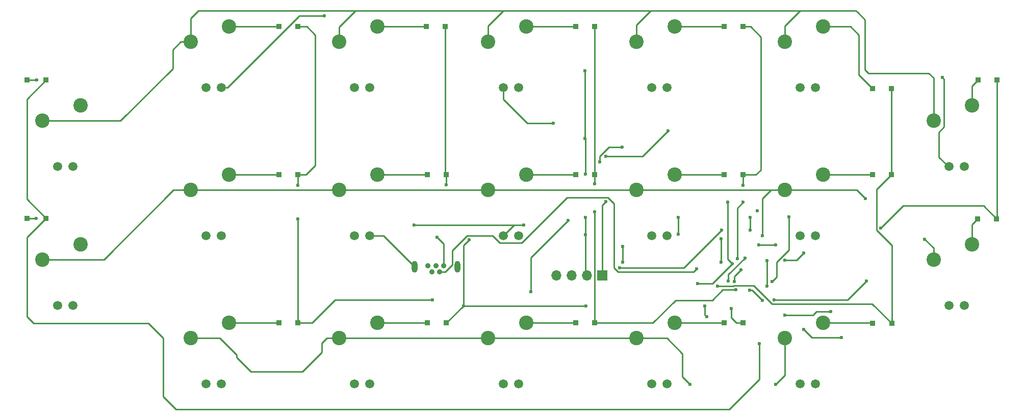
<source format=gbr>
%TF.GenerationSoftware,KiCad,Pcbnew,(5.1.9)-1*%
%TF.CreationDate,2021-03-29T17:32:38-04:00*%
%TF.ProjectId,DSKY_keyboard,44534b59-5f6b-4657-9962-6f6172642e6b,2.0*%
%TF.SameCoordinates,Original*%
%TF.FileFunction,Copper,L1,Top*%
%TF.FilePolarity,Positive*%
%FSLAX46Y46*%
G04 Gerber Fmt 4.6, Leading zero omitted, Abs format (unit mm)*
G04 Created by KiCad (PCBNEW (5.1.9)-1) date 2021-03-29 17:32:38*
%MOMM*%
%LPD*%
G01*
G04 APERTURE LIST*
%TA.AperFunction,ComponentPad*%
%ADD10C,2.400000*%
%TD*%
%TA.AperFunction,ComponentPad*%
%ADD11C,1.508000*%
%TD*%
%TA.AperFunction,SMDPad,CuDef*%
%ADD12R,0.900000X0.950000*%
%TD*%
%TA.AperFunction,ComponentPad*%
%ADD13R,1.700000X1.700000*%
%TD*%
%TA.AperFunction,ComponentPad*%
%ADD14O,1.700000X1.700000*%
%TD*%
%TA.AperFunction,ComponentPad*%
%ADD15O,0.970000X1.940000*%
%TD*%
%TA.AperFunction,ComponentPad*%
%ADD16C,0.908000*%
%TD*%
%TA.AperFunction,ViaPad*%
%ADD17C,0.600000*%
%TD*%
%TA.AperFunction,Conductor*%
%ADD18C,0.254000*%
%TD*%
G04 APERTURE END LIST*
D10*
%TO.P,SW1,SIDE*%
%TO.N,PA00*%
X67289500Y-77899000D03*
%TO.P,SW1,UP*%
%TO.N,Net-(D1-Pad2)*%
X73639500Y-75359000D03*
D11*
%TO.P,SW1,LED-*%
%TO.N,GND*%
X72369500Y-85519000D03*
%TO.P,SW1,LED+*%
%TO.N,Net-(SW1-PadLED+)*%
X69829500Y-85519000D03*
%TD*%
D10*
%TO.P,SW9,SIDE*%
%TO.N,PA01*%
X91953300Y-89418000D03*
%TO.P,SW9,UP*%
%TO.N,Net-(D9-Pad2)*%
X98303300Y-86878000D03*
D11*
%TO.P,SW9,LED-*%
%TO.N,GND*%
X97033300Y-97038000D03*
%TO.P,SW9,LED+*%
%TO.N,Net-(SW1-PadLED+)*%
X94493300Y-97038000D03*
%TD*%
D10*
%TO.P,SW17,SIDE*%
%TO.N,PA02*%
X141280900Y-114053000D03*
%TO.P,SW17,UP*%
%TO.N,Net-(D17-Pad2)*%
X147630900Y-111513000D03*
D11*
%TO.P,SW17,LED-*%
%TO.N,GND*%
X146360900Y-121673000D03*
%TO.P,SW17,LED+*%
%TO.N,Net-(SW1-PadLED+)*%
X143820900Y-121673000D03*
%TD*%
D10*
%TO.P,SW8,SIDE*%
%TO.N,PA01*%
X67289500Y-100937000D03*
%TO.P,SW8,UP*%
%TO.N,Net-(D8-Pad2)*%
X73639500Y-98397000D03*
D11*
%TO.P,SW8,LED-*%
%TO.N,GND*%
X72369500Y-108557000D03*
%TO.P,SW8,LED+*%
%TO.N,Net-(SW1-PadLED+)*%
X69829500Y-108557000D03*
%TD*%
D10*
%TO.P,SW15,SIDE*%
%TO.N,PA02*%
X91953300Y-114053000D03*
%TO.P,SW15,UP*%
%TO.N,Net-(D15-Pad2)*%
X98303300Y-111513000D03*
D11*
%TO.P,SW15,LED-*%
%TO.N,GND*%
X97033300Y-121673000D03*
%TO.P,SW15,LED+*%
%TO.N,Net-(SW1-PadLED+)*%
X94493300Y-121673000D03*
%TD*%
D10*
%TO.P,SW19,SIDE*%
%TO.N,PA02*%
X190608500Y-114053000D03*
%TO.P,SW19,UP*%
%TO.N,Net-(D19-Pad2)*%
X196958500Y-111513000D03*
D11*
%TO.P,SW19,LED-*%
%TO.N,GND*%
X195688500Y-121673000D03*
%TO.P,SW19,LED+*%
%TO.N,Net-(SW1-PadLED+)*%
X193148500Y-121673000D03*
%TD*%
D10*
%TO.P,SW14,SIDE*%
%TO.N,PA01*%
X215272500Y-100937000D03*
%TO.P,SW14,UP*%
%TO.N,Net-(D14-Pad2)*%
X221622500Y-98397000D03*
D11*
%TO.P,SW14,LED-*%
%TO.N,GND*%
X220352500Y-108557000D03*
%TO.P,SW14,LED+*%
%TO.N,Net-(SW1-PadLED+)*%
X217812500Y-108557000D03*
%TD*%
D10*
%TO.P,SW5,SIDE*%
%TO.N,PA00*%
X165944700Y-64783000D03*
%TO.P,SW5,UP*%
%TO.N,Net-(D5-Pad2)*%
X172294700Y-62243000D03*
D11*
%TO.P,SW5,LED-*%
%TO.N,GND*%
X171024700Y-72403000D03*
%TO.P,SW5,LED+*%
%TO.N,Net-(SW1-PadLED+)*%
X168484700Y-72403000D03*
%TD*%
D10*
%TO.P,SW2,SIDE*%
%TO.N,PA00*%
X91953300Y-64783000D03*
%TO.P,SW2,UP*%
%TO.N,Net-(D2-Pad2)*%
X98303300Y-62243000D03*
D11*
%TO.P,SW2,LED-*%
%TO.N,GND*%
X97033300Y-72403000D03*
%TO.P,SW2,LED+*%
%TO.N,Net-(SW1-PadLED+)*%
X94493300Y-72403000D03*
%TD*%
D10*
%TO.P,SW18,SIDE*%
%TO.N,PA02*%
X165944700Y-114053000D03*
%TO.P,SW18,UP*%
%TO.N,Net-(D18-Pad2)*%
X172294700Y-111513000D03*
D11*
%TO.P,SW18,LED-*%
%TO.N,GND*%
X171024700Y-121673000D03*
%TO.P,SW18,LED+*%
%TO.N,Net-(SW1-PadLED+)*%
X168484700Y-121673000D03*
%TD*%
D10*
%TO.P,SW16,SIDE*%
%TO.N,PA02*%
X116617100Y-114053000D03*
%TO.P,SW16,UP*%
%TO.N,Net-(D16-Pad2)*%
X122967100Y-111513000D03*
D11*
%TO.P,SW16,LED-*%
%TO.N,GND*%
X121697100Y-121673000D03*
%TO.P,SW16,LED+*%
%TO.N,Net-(SW1-PadLED+)*%
X119157100Y-121673000D03*
%TD*%
D10*
%TO.P,SW13,SIDE*%
%TO.N,PA01*%
X190608500Y-89418000D03*
%TO.P,SW13,UP*%
%TO.N,Net-(D13-Pad2)*%
X196958500Y-86878000D03*
D11*
%TO.P,SW13,LED-*%
%TO.N,GND*%
X195688500Y-97038000D03*
%TO.P,SW13,LED+*%
%TO.N,Net-(SW1-PadLED+)*%
X193148500Y-97038000D03*
%TD*%
D10*
%TO.P,SW12,SIDE*%
%TO.N,PA01*%
X165944700Y-89418000D03*
%TO.P,SW12,UP*%
%TO.N,Net-(D12-Pad2)*%
X172294700Y-86878000D03*
D11*
%TO.P,SW12,LED-*%
%TO.N,GND*%
X171024700Y-97038000D03*
%TO.P,SW12,LED+*%
%TO.N,Net-(SW1-PadLED+)*%
X168484700Y-97038000D03*
%TD*%
D10*
%TO.P,SW11,SIDE*%
%TO.N,PA01*%
X141280900Y-89418000D03*
%TO.P,SW11,UP*%
%TO.N,Net-(D11-Pad2)*%
X147630900Y-86878000D03*
D11*
%TO.P,SW11,LED-*%
%TO.N,GND*%
X146360900Y-97038000D03*
%TO.P,SW11,LED+*%
%TO.N,Net-(SW1-PadLED+)*%
X143820900Y-97038000D03*
%TD*%
D10*
%TO.P,SW10,SIDE*%
%TO.N,PA01*%
X116617100Y-89418000D03*
%TO.P,SW10,UP*%
%TO.N,Net-(D10-Pad2)*%
X122967100Y-86878000D03*
D11*
%TO.P,SW10,LED-*%
%TO.N,GND*%
X121697100Y-97038000D03*
%TO.P,SW10,LED+*%
%TO.N,Net-(SW1-PadLED+)*%
X119157100Y-97038000D03*
%TD*%
D10*
%TO.P,SW7,SIDE*%
%TO.N,PA00*%
X215272500Y-77899000D03*
%TO.P,SW7,UP*%
%TO.N,Net-(D7-Pad2)*%
X221622500Y-75359000D03*
D11*
%TO.P,SW7,LED-*%
%TO.N,GND*%
X220352500Y-85519000D03*
%TO.P,SW7,LED+*%
%TO.N,Net-(SW1-PadLED+)*%
X217812500Y-85519000D03*
%TD*%
D10*
%TO.P,SW6,SIDE*%
%TO.N,PA00*%
X190608500Y-64783000D03*
%TO.P,SW6,UP*%
%TO.N,Net-(D6-Pad2)*%
X196958500Y-62243000D03*
D11*
%TO.P,SW6,LED-*%
%TO.N,GND*%
X195688500Y-72403000D03*
%TO.P,SW6,LED+*%
%TO.N,Net-(SW1-PadLED+)*%
X193148500Y-72403000D03*
%TD*%
D10*
%TO.P,SW4,SIDE*%
%TO.N,PA00*%
X141280900Y-64783000D03*
%TO.P,SW4,UP*%
%TO.N,Net-(D4-Pad2)*%
X147630900Y-62243000D03*
D11*
%TO.P,SW4,LED-*%
%TO.N,GND*%
X146360900Y-72403000D03*
%TO.P,SW4,LED+*%
%TO.N,Net-(SW1-PadLED+)*%
X143820900Y-72403000D03*
%TD*%
D10*
%TO.P,SW3,SIDE*%
%TO.N,PA00*%
X116617100Y-64783000D03*
%TO.P,SW3,UP*%
%TO.N,Net-(D3-Pad2)*%
X122967100Y-62243000D03*
D11*
%TO.P,SW3,LED-*%
%TO.N,GND*%
X121697100Y-72403000D03*
%TO.P,SW3,LED+*%
%TO.N,Net-(SW1-PadLED+)*%
X119157100Y-72403000D03*
%TD*%
D12*
%TO.P,D16,2*%
%TO.N,Net-(D16-Pad2)*%
X131203500Y-111506000D03*
%TO.P,D16,1*%
%TO.N,PA05*%
X134353500Y-111506000D03*
%TD*%
%TO.P,D8,2*%
%TO.N,Net-(D8-Pad2)*%
X64782500Y-94107000D03*
%TO.P,D8,1*%
%TO.N,PA03*%
X67932500Y-94107000D03*
%TD*%
%TO.P,D1,1*%
%TO.N,PA03*%
X67932500Y-71120000D03*
%TO.P,D1,2*%
%TO.N,Net-(D1-Pad2)*%
X64782500Y-71120000D03*
%TD*%
%TO.P,D2,2*%
%TO.N,Net-(D2-Pad2)*%
X106565500Y-62230000D03*
%TO.P,D2,1*%
%TO.N,PA04*%
X109715500Y-62230000D03*
%TD*%
%TO.P,D3,1*%
%TO.N,PA05*%
X134226500Y-62230000D03*
%TO.P,D3,2*%
%TO.N,Net-(D3-Pad2)*%
X131076500Y-62230000D03*
%TD*%
%TO.P,D4,2*%
%TO.N,Net-(D4-Pad2)*%
X155841500Y-62230000D03*
%TO.P,D4,1*%
%TO.N,PA06*%
X158991500Y-62230000D03*
%TD*%
%TO.P,D5,1*%
%TO.N,PA07*%
X183629500Y-62230000D03*
%TO.P,D5,2*%
%TO.N,Net-(D5-Pad2)*%
X180479500Y-62230000D03*
%TD*%
%TO.P,D6,1*%
%TO.N,PA08*%
X208267500Y-72517000D03*
%TO.P,D6,2*%
%TO.N,Net-(D6-Pad2)*%
X205117500Y-72517000D03*
%TD*%
%TO.P,D7,2*%
%TO.N,Net-(D7-Pad2)*%
X222643500Y-71120000D03*
%TO.P,D7,1*%
%TO.N,PA09*%
X225793500Y-71120000D03*
%TD*%
%TO.P,D9,1*%
%TO.N,PA04*%
X109715500Y-86868000D03*
%TO.P,D9,2*%
%TO.N,Net-(D9-Pad2)*%
X106565500Y-86868000D03*
%TD*%
%TO.P,D10,2*%
%TO.N,Net-(D10-Pad2)*%
X131203500Y-86868000D03*
%TO.P,D10,1*%
%TO.N,PA05*%
X134353500Y-86868000D03*
%TD*%
%TO.P,D11,1*%
%TO.N,PA06*%
X158991500Y-86868000D03*
%TO.P,D11,2*%
%TO.N,Net-(D11-Pad2)*%
X155841500Y-86868000D03*
%TD*%
%TO.P,D12,2*%
%TO.N,Net-(D12-Pad2)*%
X180479500Y-86868000D03*
%TO.P,D12,1*%
%TO.N,PA07*%
X183629500Y-86868000D03*
%TD*%
%TO.P,D13,1*%
%TO.N,PA08*%
X208267500Y-86868000D03*
%TO.P,D13,2*%
%TO.N,Net-(D13-Pad2)*%
X205117500Y-86868000D03*
%TD*%
%TO.P,D14,2*%
%TO.N,Net-(D14-Pad2)*%
X222580000Y-94170500D03*
%TO.P,D14,1*%
%TO.N,PA09*%
X225730000Y-94170500D03*
%TD*%
%TO.P,D15,2*%
%TO.N,Net-(D15-Pad2)*%
X106565500Y-111506000D03*
%TO.P,D15,1*%
%TO.N,PA04*%
X109715500Y-111506000D03*
%TD*%
%TO.P,D17,1*%
%TO.N,PA06*%
X158991500Y-111506000D03*
%TO.P,D17,2*%
%TO.N,Net-(D17-Pad2)*%
X155841500Y-111506000D03*
%TD*%
%TO.P,D18,1*%
%TO.N,PA07*%
X183629500Y-111506000D03*
%TO.P,D18,2*%
%TO.N,Net-(D18-Pad2)*%
X180479500Y-111506000D03*
%TD*%
%TO.P,D19,1*%
%TO.N,PA08*%
X208331000Y-111569500D03*
%TO.P,D19,2*%
%TO.N,Net-(D19-Pad2)*%
X205181000Y-111569500D03*
%TD*%
D13*
%TO.P,J1,1*%
%TO.N,VBUS*%
X160274000Y-103632000D03*
D14*
%TO.P,J1,2*%
%TO.N,GND*%
X157734000Y-103632000D03*
%TO.P,J1,3*%
%TO.N,PA14*%
X155194000Y-103632000D03*
%TO.P,J1,4*%
%TO.N,PA13*%
X152654000Y-103632000D03*
%TD*%
D15*
%TO.P,J2,S2*%
%TO.N,GND*%
X129076500Y-102203000D03*
%TO.P,J2,S1*%
X136226500Y-102203000D03*
D16*
%TO.P,J2,5*%
X131351500Y-101983000D03*
%TO.P,J2,4*%
%TO.N,N/C*%
X132001500Y-102983000D03*
%TO.P,J2,3*%
%TO.N,PA12*%
X132651500Y-101983000D03*
%TO.P,J2,2*%
%TO.N,PA11*%
X133301500Y-102983000D03*
%TO.P,J2,1*%
%TO.N,VBAT*%
X133951500Y-101983000D03*
%TD*%
D17*
%TO.N,GND*%
X163195000Y-102298500D03*
X180086000Y-96075500D03*
X114109500Y-60452000D03*
X157416500Y-69532500D03*
X157448250Y-86772750D03*
X157448250Y-93948250D03*
X157448250Y-96869250D03*
X183959500Y-100711000D03*
X181229000Y-104521000D03*
X184848500Y-93916500D03*
X184848500Y-96075500D03*
X157416500Y-80835500D03*
%TO.N,+3V3*%
X186245500Y-98552000D03*
X181102000Y-91440000D03*
X181864000Y-101663500D03*
X176149000Y-104965500D03*
X189039500Y-98552000D03*
X190627000Y-110172500D03*
X198247000Y-109601000D03*
%TO.N,PA03*%
X186372500Y-114935000D03*
%TO.N,Net-(D1-Pad2)*%
X66357500Y-71120000D03*
%TO.N,PA04*%
X109728000Y-88582500D03*
X109728000Y-94234000D03*
X132080000Y-107696000D03*
X177292000Y-108712000D03*
X177609500Y-110490000D03*
%TO.N,PA05*%
X134366000Y-88519000D03*
X138176000Y-97663000D03*
X157543500Y-108648500D03*
X137223500Y-108648500D03*
%TO.N,PA06*%
X182435500Y-105981500D03*
X159004000Y-93027500D03*
X159004000Y-88392000D03*
%TO.N,PA07*%
X182689500Y-100838000D03*
X183642000Y-88582500D03*
X183642000Y-91440000D03*
X181673500Y-109093000D03*
X182245000Y-104584500D03*
X183324500Y-102679500D03*
%TO.N,PA08*%
X179387500Y-105346500D03*
%TO.N,PA09*%
X184785000Y-106045000D03*
X186880500Y-107759500D03*
X206502000Y-95758000D03*
X204152500Y-104521000D03*
X188849000Y-107632500D03*
%TO.N,VBUS*%
X160845500Y-91313000D03*
X160845500Y-83806500D03*
X171196000Y-79565500D03*
%TO.N,Net-(D21-Pad2)*%
X199961500Y-113919000D03*
X193738500Y-112585500D03*
%TO.N,PA13*%
X163671501Y-101378001D03*
X163639500Y-98806000D03*
%TO.N,Net-(R2-Pad2)*%
X154622500Y-94488000D03*
X148463000Y-106299000D03*
X159893000Y-84709000D03*
X163576000Y-82296000D03*
%TO.N,Net-(SW1-PadLED+)*%
X216725500Y-70675500D03*
X129016700Y-95201800D03*
X147241200Y-95201800D03*
X152146000Y-78295500D03*
%TO.N,PA00*%
X186055000Y-92837000D03*
X188468000Y-104584500D03*
X191262000Y-93853000D03*
%TO.N,PA01*%
X203930250Y-90836750D03*
X213804500Y-97599500D03*
X187611001Y-105377999D03*
X187611001Y-101123499D03*
X186880500Y-97028000D03*
%TO.N,PA02*%
X189039500Y-121729500D03*
X174879000Y-121729500D03*
%TO.N,/~RESET*%
X193738500Y-99885500D03*
X190588200Y-101067300D03*
%TO.N,Net-(D8-Pad2)*%
X66294000Y-94107000D03*
%TO.N,PA12*%
X172910500Y-93980000D03*
X180022500Y-101409500D03*
X180022500Y-97536000D03*
X172910500Y-96774000D03*
%TO.N,PA11*%
X175958500Y-102489000D03*
%TO.N,VBAT*%
X132842000Y-97282000D03*
%TD*%
D18*
%TO.N,GND*%
X163240999Y-102344499D02*
X163195000Y-102298500D01*
X173817001Y-102344499D02*
X163240999Y-102344499D01*
X180086000Y-96075500D02*
X173817001Y-102344499D01*
X109882698Y-60452000D02*
X114109500Y-60452000D01*
X157448250Y-86772750D02*
X157480000Y-86804500D01*
X157448250Y-103346250D02*
X157734000Y-103632000D01*
X157448250Y-93948250D02*
X157448250Y-96869250D01*
X157416500Y-86741000D02*
X157448250Y-86772750D01*
X123911500Y-97038000D02*
X129076500Y-102203000D01*
X121697100Y-97038000D02*
X123911500Y-97038000D01*
X157448250Y-96869250D02*
X157448250Y-103346250D01*
X98003302Y-72403000D02*
X97033300Y-72403000D01*
X109882698Y-60452000D02*
X109882698Y-60523604D01*
X100657601Y-69748701D02*
X101236901Y-69169401D01*
X101236901Y-69169401D02*
X98003302Y-72403000D01*
X109882698Y-60523604D02*
X101236901Y-69169401D01*
X181229000Y-104521000D02*
X181229000Y-103441500D01*
X183959500Y-100711000D02*
X181229000Y-103441500D01*
X184848500Y-96075500D02*
X184848500Y-93916500D01*
X157416500Y-69532500D02*
X157416500Y-80835500D01*
X157448250Y-80867250D02*
X157416500Y-80835500D01*
X157448250Y-86772750D02*
X157448250Y-80867250D01*
%TO.N,+3V3*%
X181102000Y-94170500D02*
X181102000Y-100901500D01*
X181102000Y-100901500D02*
X181864000Y-101663500D01*
X178562000Y-104965500D02*
X181864000Y-101663500D01*
X176149000Y-104965500D02*
X178562000Y-104965500D01*
X186245500Y-98552000D02*
X189039500Y-98552000D01*
X189039500Y-98552000D02*
X189039500Y-98552000D01*
X181102000Y-94170500D02*
X181102000Y-91440000D01*
X190627000Y-110172500D02*
X195326000Y-110172500D01*
X195326000Y-110172500D02*
X195326000Y-110109000D01*
X195834000Y-109601000D02*
X198247000Y-109601000D01*
X195326000Y-110109000D02*
X195834000Y-109601000D01*
%TO.N,PA03*%
X64762199Y-74290301D02*
X67932500Y-71120000D01*
X64762199Y-90936699D02*
X64762199Y-74290301D01*
X67932500Y-94107000D02*
X64762199Y-90936699D01*
X89471500Y-125857000D02*
X181356000Y-125857000D01*
X87384790Y-123770290D02*
X89471500Y-125857000D01*
X87384790Y-113991290D02*
X87384790Y-123770290D01*
X84963000Y-111569500D02*
X87384790Y-113991290D01*
X186372500Y-120840500D02*
X186372500Y-114935000D01*
X181356000Y-125857000D02*
X186372500Y-120840500D01*
X65913000Y-111569500D02*
X84963000Y-111569500D01*
X64762199Y-110418699D02*
X65913000Y-111569500D01*
X64762199Y-97277301D02*
X64762199Y-110418699D01*
X67932500Y-94107000D02*
X64762199Y-97277301D01*
%TO.N,Net-(D1-Pad2)*%
X66357500Y-71120000D02*
X64782500Y-71120000D01*
%TO.N,Net-(D2-Pad2)*%
X106552500Y-62243000D02*
X106565500Y-62230000D01*
X98303300Y-62243000D02*
X106552500Y-62243000D01*
%TO.N,PA04*%
X109715500Y-88570000D02*
X109728000Y-88582500D01*
X109715500Y-86868000D02*
X109715500Y-88570000D01*
X109728000Y-111493500D02*
X109715500Y-111506000D01*
X109728000Y-94234000D02*
X109728000Y-111493500D01*
X177292000Y-108712000D02*
X177292000Y-110172500D01*
X177292000Y-110172500D02*
X177609500Y-110490000D01*
X112141000Y-111506000D02*
X115951000Y-107696000D01*
X109715500Y-111506000D02*
X112141000Y-111506000D01*
X115951000Y-107696000D02*
X132080000Y-107696000D01*
X111061500Y-86868000D02*
X109715500Y-86868000D01*
X112649000Y-85280500D02*
X111061500Y-86868000D01*
X112649000Y-63627000D02*
X112649000Y-85280500D01*
X111252000Y-62230000D02*
X112649000Y-63627000D01*
X109715500Y-62230000D02*
X111252000Y-62230000D01*
%TO.N,PA05*%
X134226500Y-86741000D02*
X134353500Y-86868000D01*
X134226500Y-62230000D02*
X134226500Y-86741000D01*
X134353500Y-88506500D02*
X134366000Y-88519000D01*
X134353500Y-86868000D02*
X134353500Y-88506500D01*
X134366000Y-111493500D02*
X134353500Y-111506000D01*
X134353500Y-111506000D02*
X137211000Y-108648500D01*
X137211000Y-108648500D02*
X137223500Y-108648500D01*
X137211000Y-98628000D02*
X138176000Y-97663000D01*
X137211000Y-108648500D02*
X137211000Y-98628000D01*
X137223500Y-108648500D02*
X157543500Y-108648500D01*
%TO.N,Net-(D3-Pad2)*%
X131063500Y-62243000D02*
X131076500Y-62230000D01*
X122967100Y-62243000D02*
X131063500Y-62243000D01*
%TO.N,Net-(D4-Pad2)*%
X155828500Y-62243000D02*
X155841500Y-62230000D01*
X147630900Y-62243000D02*
X155828500Y-62243000D01*
%TO.N,PA06*%
X158991500Y-62230000D02*
X158991500Y-86868000D01*
X158991500Y-88379500D02*
X159004000Y-88392000D01*
X158991500Y-86868000D02*
X158991500Y-88379500D01*
X159004000Y-111493500D02*
X158991500Y-111506000D01*
X158991500Y-93040000D02*
X159004000Y-93027500D01*
X158991500Y-111506000D02*
X158991500Y-93040000D01*
X158991500Y-111506000D02*
X168656000Y-111506000D01*
X182435500Y-105981500D02*
X180276500Y-105981500D01*
X178530250Y-107727750D02*
X172434250Y-107727750D01*
X180276500Y-105981500D02*
X178530250Y-107727750D01*
X168656000Y-111506000D02*
X172434250Y-107727750D01*
%TO.N,PA07*%
X183629500Y-88570000D02*
X183642000Y-88582500D01*
X183629500Y-86868000D02*
X183629500Y-88570000D01*
X181673500Y-109093000D02*
X181673500Y-110617000D01*
X182562500Y-111506000D02*
X183629500Y-111506000D01*
X181673500Y-110617000D02*
X182562500Y-111506000D01*
X182245000Y-104584500D02*
X182245000Y-103759000D01*
X182245000Y-103759000D02*
X183324500Y-102679500D01*
X184912000Y-62230000D02*
X183629500Y-62230000D01*
X186626500Y-63944500D02*
X184912000Y-62230000D01*
X186626500Y-86042500D02*
X186626500Y-63944500D01*
X185801000Y-86868000D02*
X186626500Y-86042500D01*
X183629500Y-86868000D02*
X185801000Y-86868000D01*
X182689500Y-92392500D02*
X183642000Y-91440000D01*
X182689500Y-100838000D02*
X182689500Y-92392500D01*
%TO.N,Net-(D5-Pad2)*%
X180466500Y-62243000D02*
X180479500Y-62230000D01*
X172294700Y-62243000D02*
X180466500Y-62243000D01*
%TO.N,PA08*%
X179433501Y-105300499D02*
X179387500Y-105346500D01*
X208257500Y-86878000D02*
X208267500Y-86868000D01*
X208267500Y-86868000D02*
X205820999Y-89314501D01*
X185429381Y-105300499D02*
X188442383Y-108313501D01*
X205075001Y-108313501D02*
X208331000Y-111569500D01*
X182108619Y-105300499D02*
X185429381Y-105300499D01*
X182062618Y-105346500D02*
X182108619Y-105300499D01*
X188442383Y-108313501D02*
X205075001Y-108313501D01*
X179387500Y-105346500D02*
X182062618Y-105346500D01*
X208331000Y-98594882D02*
X208331000Y-111569500D01*
X205820999Y-96084881D02*
X208331000Y-98594882D01*
X205820999Y-89314501D02*
X205820999Y-96084881D01*
X208267500Y-86868000D02*
X208267500Y-72517000D01*
%TO.N,Net-(D6-Pad2)*%
X196958500Y-62243000D02*
X201498500Y-62243000D01*
X201498500Y-62243000D02*
X202869500Y-63614000D01*
X202869500Y-70269000D02*
X205117500Y-72517000D01*
X202869500Y-63614000D02*
X202869500Y-70269000D01*
%TO.N,Net-(D7-Pad2)*%
X221622500Y-72141000D02*
X222643500Y-71120000D01*
X221622500Y-75359000D02*
X221622500Y-72141000D01*
%TO.N,PA09*%
X204152500Y-104521000D02*
X201041000Y-107632500D01*
X201041000Y-107632500D02*
X188849000Y-107632500D01*
X185166000Y-106045000D02*
X184785000Y-106045000D01*
X186880500Y-107759500D02*
X185166000Y-106045000D01*
X225793500Y-94107000D02*
X225730000Y-94170500D01*
X225793500Y-71120000D02*
X225793500Y-94107000D01*
X210248500Y-92011500D02*
X206502000Y-95758000D01*
X223571000Y-92011500D02*
X210248500Y-92011500D01*
X225730000Y-94170500D02*
X223571000Y-92011500D01*
%TO.N,VBUS*%
X160274000Y-91884500D02*
X160845500Y-91313000D01*
X160274000Y-103632000D02*
X160274000Y-91884500D01*
X160845500Y-83806500D02*
X166955000Y-83806500D01*
X166955000Y-83806500D02*
X171196000Y-79565500D01*
X171196000Y-79565500D02*
X171196000Y-79565500D01*
%TO.N,Net-(D9-Pad2)*%
X106555500Y-86878000D02*
X106565500Y-86868000D01*
X98303300Y-86878000D02*
X106555500Y-86878000D01*
%TO.N,Net-(D10-Pad2)*%
X131193500Y-86878000D02*
X131203500Y-86868000D01*
X122967100Y-86878000D02*
X131193500Y-86878000D01*
%TO.N,Net-(D11-Pad2)*%
X155831500Y-86878000D02*
X155841500Y-86868000D01*
X147630900Y-86878000D02*
X155831500Y-86878000D01*
%TO.N,Net-(D12-Pad2)*%
X180469500Y-86878000D02*
X180479500Y-86868000D01*
X172294700Y-86878000D02*
X180469500Y-86878000D01*
%TO.N,Net-(D13-Pad2)*%
X196999500Y-86919000D02*
X196958500Y-86878000D01*
X205107500Y-86878000D02*
X205117500Y-86868000D01*
X196958500Y-86878000D02*
X205107500Y-86878000D01*
%TO.N,Net-(D14-Pad2)*%
X221622500Y-95128000D02*
X222580000Y-94170500D01*
X221622500Y-98397000D02*
X221622500Y-95128000D01*
%TO.N,Net-(D15-Pad2)*%
X106558500Y-111513000D02*
X106565500Y-111506000D01*
X98303300Y-111513000D02*
X106558500Y-111513000D01*
%TO.N,Net-(D16-Pad2)*%
X131196500Y-111513000D02*
X131203500Y-111506000D01*
X122967100Y-111513000D02*
X131196500Y-111513000D01*
%TO.N,Net-(D17-Pad2)*%
X155834500Y-111513000D02*
X155841500Y-111506000D01*
X147630900Y-111513000D02*
X155834500Y-111513000D01*
%TO.N,Net-(D18-Pad2)*%
X180472500Y-111513000D02*
X180479500Y-111506000D01*
X172294700Y-111513000D02*
X180472500Y-111513000D01*
%TO.N,Net-(D19-Pad2)*%
X205124500Y-111513000D02*
X205181000Y-111569500D01*
X196958500Y-111513000D02*
X205124500Y-111513000D01*
%TO.N,Net-(D21-Pad2)*%
X195072000Y-113919000D02*
X193738500Y-112585500D01*
X193738500Y-112585500D02*
X193738500Y-112585500D01*
X195072000Y-113919000D02*
X199961500Y-113919000D01*
%TO.N,PA13*%
X163639500Y-101346000D02*
X163671501Y-101378001D01*
X163639500Y-98806000D02*
X163639500Y-101346000D01*
%TO.N,Net-(R2-Pad2)*%
X148463000Y-100647500D02*
X154622500Y-94488000D01*
X148463000Y-106299000D02*
X148463000Y-100647500D01*
X159893000Y-84709000D02*
X159893000Y-83751118D01*
X159893000Y-83751118D02*
X161348118Y-82296000D01*
X161348118Y-82296000D02*
X163576000Y-82296000D01*
X163576000Y-82296000D02*
X163576000Y-82296000D01*
%TO.N,Net-(SW1-PadLED+)*%
X193167000Y-121691500D02*
X193148500Y-121673000D01*
X217025499Y-78905963D02*
X216154000Y-79777462D01*
X217025499Y-70975499D02*
X217025499Y-78905963D01*
X216725500Y-70675500D02*
X217025499Y-70975499D01*
X129016700Y-95201800D02*
X143812200Y-95201800D01*
X217726000Y-85519000D02*
X217812500Y-85519000D01*
X216154000Y-83947000D02*
X217726000Y-85519000D01*
X216154000Y-79777462D02*
X216154000Y-83947000D01*
X145657100Y-95201800D02*
X146319300Y-95201800D01*
X143820900Y-97038000D02*
X145657100Y-95201800D01*
X146319300Y-95201800D02*
X147241200Y-95201800D01*
X143812200Y-95201800D02*
X146319300Y-95201800D01*
X143820900Y-74288400D02*
X143820900Y-72403000D01*
X147828000Y-78295500D02*
X143820900Y-74288400D01*
X152146000Y-78295500D02*
X147828000Y-78295500D01*
%TO.N,PA00*%
X91940300Y-64770000D02*
X91953300Y-64783000D01*
X67845500Y-77343000D02*
X67289500Y-77899000D01*
X90256244Y-64783000D02*
X91953300Y-64783000D01*
X88963500Y-66075744D02*
X90256244Y-64783000D01*
X88963500Y-69215000D02*
X88963500Y-66075744D01*
X80279500Y-77899000D02*
X88963500Y-69215000D01*
X67289500Y-77899000D02*
X80279500Y-77899000D01*
X116522500Y-64688400D02*
X116617100Y-64783000D01*
X203898500Y-69383790D02*
X204491710Y-69977000D01*
X215272500Y-70746500D02*
X215272500Y-71000500D01*
X215272500Y-71000500D02*
X215272500Y-77899000D01*
X214503000Y-69977000D02*
X215272500Y-70746500D01*
X204491710Y-69977000D02*
X214503000Y-69977000D01*
X203898500Y-61087000D02*
X203898500Y-69383790D01*
X202374500Y-59563000D02*
X202660250Y-59848750D01*
X202660250Y-59848750D02*
X203898500Y-61087000D01*
X202393700Y-59582200D02*
X202660250Y-59848750D01*
X93218000Y-59563000D02*
X116522500Y-59563000D01*
X190608500Y-62121500D02*
X193167000Y-59563000D01*
X190608500Y-64783000D02*
X190608500Y-62121500D01*
X193167000Y-59563000D02*
X202374500Y-59563000D01*
X165944700Y-61956800D02*
X168338500Y-59563000D01*
X165944700Y-64783000D02*
X165944700Y-61956800D01*
X168338500Y-59563000D02*
X193167000Y-59563000D01*
X165989000Y-59563000D02*
X168338500Y-59563000D01*
X141280900Y-62109600D02*
X143827500Y-59563000D01*
X141280900Y-64783000D02*
X141280900Y-62109600D01*
X143827500Y-59563000D02*
X165989000Y-59563000D01*
X141274300Y-59563000D02*
X143827500Y-59563000D01*
X116617100Y-62262400D02*
X119316500Y-59563000D01*
X116617100Y-64783000D02*
X116617100Y-62262400D01*
X119316500Y-59563000D02*
X116522500Y-59563000D01*
X141274300Y-59563000D02*
X119316500Y-59563000D01*
X189230000Y-103822500D02*
X188468000Y-104584500D01*
X191262000Y-93853000D02*
X191262000Y-99377500D01*
X189230000Y-101409500D02*
X189230000Y-103822500D01*
X191262000Y-99377500D02*
X189230000Y-101409500D01*
X91953300Y-60827700D02*
X93218000Y-59563000D01*
X91953300Y-64783000D02*
X91953300Y-60827700D01*
%TO.N,PA01*%
X89080500Y-89418000D02*
X91953300Y-89418000D01*
X77561500Y-100937000D02*
X89080500Y-89418000D01*
X67289500Y-100937000D02*
X77561500Y-100937000D01*
X91953300Y-89418000D02*
X116617100Y-89418000D01*
X116617100Y-89418000D02*
X141280900Y-89418000D01*
X141280900Y-89418000D02*
X165944700Y-89418000D01*
X190608500Y-89418000D02*
X202511500Y-89418000D01*
X203930250Y-90836750D02*
X203962000Y-90868500D01*
X215272500Y-100937000D02*
X215272500Y-99067500D01*
X215272500Y-99067500D02*
X213804500Y-97599500D01*
X187611001Y-105377999D02*
X187611001Y-101123499D01*
X202511500Y-89418000D02*
X203930250Y-90836750D01*
X188911444Y-89418000D02*
X190608500Y-89418000D01*
X186880500Y-90825000D02*
X188287500Y-89418000D01*
X186880500Y-97028000D02*
X186880500Y-90825000D01*
X188287500Y-89418000D02*
X190608500Y-89418000D01*
X165944700Y-89418000D02*
X188287500Y-89418000D01*
%TO.N,PA02*%
X116617100Y-114053000D02*
X141280900Y-114053000D01*
X141280900Y-114053000D02*
X165944700Y-114053000D01*
X99585999Y-117196505D02*
X101959994Y-119570500D01*
X99585999Y-116825661D02*
X99585999Y-117196505D01*
X96813338Y-114053000D02*
X99585999Y-116825661D01*
X91953300Y-114053000D02*
X96813338Y-114053000D01*
X110508794Y-119570500D02*
X113728500Y-116350794D01*
X101959994Y-119570500D02*
X110508794Y-119570500D01*
X113728500Y-116350794D02*
X113728500Y-114871500D01*
X114547000Y-114053000D02*
X116617100Y-114053000D01*
X113728500Y-114871500D02*
X114547000Y-114053000D01*
X165944700Y-114053000D02*
X171012500Y-114053000D01*
X190608500Y-114053000D02*
X190608500Y-120160500D01*
X190608500Y-120160500D02*
X189039500Y-121729500D01*
X189039500Y-121729500D02*
X189039500Y-121729500D01*
X173577399Y-116617899D02*
X171012500Y-114053000D01*
X173577399Y-120427899D02*
X173577399Y-116617899D01*
X174879000Y-121729500D02*
X173577399Y-120427899D01*
%TO.N,/~RESET*%
X193738500Y-99885500D02*
X193738500Y-99885500D01*
X192556700Y-101067300D02*
X193738500Y-99885500D01*
X190588200Y-101067300D02*
X192556700Y-101067300D01*
%TO.N,Net-(D8-Pad2)*%
X66294000Y-94107000D02*
X64782500Y-94107000D01*
%TO.N,PA12*%
X180022500Y-101409500D02*
X180022500Y-97536000D01*
X172910500Y-96774000D02*
X172910500Y-93980000D01*
%TO.N,PA11*%
X135360490Y-101809812D02*
X134187302Y-102983000D01*
X161172381Y-90631999D02*
X154446703Y-90631999D01*
X134187302Y-102983000D02*
X133301500Y-102983000D01*
X162242500Y-91702118D02*
X161172381Y-90631999D01*
X175467999Y-102979501D02*
X175958500Y-102489000D01*
X162868119Y-102979501D02*
X175467999Y-102979501D01*
X162242500Y-102353882D02*
X162868119Y-102979501D01*
X162242500Y-91702118D02*
X162242500Y-102353882D01*
X146905701Y-98173001D02*
X154446703Y-90631999D01*
X143276099Y-98173001D02*
X146905701Y-98173001D01*
X142085097Y-96981999D02*
X143276099Y-98173001D01*
X137849119Y-96981999D02*
X142085097Y-96981999D01*
X135360490Y-99470628D02*
X137849119Y-96981999D01*
X135360490Y-101809812D02*
X135360490Y-99470628D01*
%TO.N,VBAT*%
X133951500Y-98391500D02*
X132842000Y-97282000D01*
X133951500Y-101983000D02*
X133951500Y-98391500D01*
%TD*%
M02*

</source>
